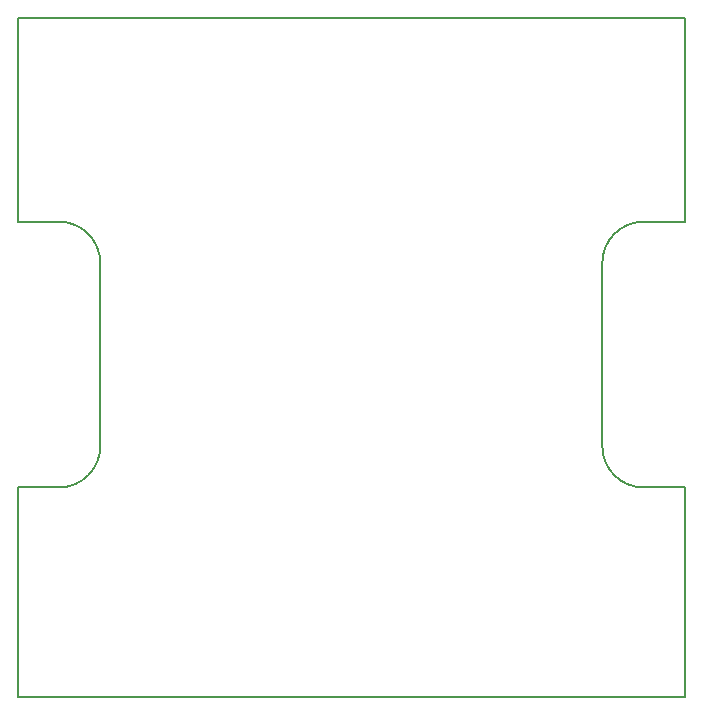
<source format=gm1>
G04 #@! TF.FileFunction,Profile,NP*
%FSLAX46Y46*%
G04 Gerber Fmt 4.6, Leading zero omitted, Abs format (unit mm)*
G04 Created by KiCad (PCBNEW 4.0.7) date Fri Mar 16 09:41:33 2018*
%MOMM*%
%LPD*%
G01*
G04 APERTURE LIST*
%ADD10C,0.100000*%
%ADD11C,0.150000*%
G04 APERTURE END LIST*
D10*
D11*
X7000000Y36750000D02*
G75*
G03X3500000Y40250000I-3500000J0D01*
G01*
X7000000Y21250000D02*
X7000000Y36750000D01*
X0Y17750000D02*
X3500000Y17750000D01*
X7000000Y21250000D02*
G75*
G02X3500000Y17750000I-3500000J0D01*
G01*
X49500000Y21250000D02*
X49500000Y36750000D01*
X53000000Y40250000D02*
G75*
G03X49500000Y36750000I0J-3500000D01*
G01*
X53000000Y17750000D02*
X56500000Y17750000D01*
X49500000Y21250000D02*
G75*
G03X53000000Y17750000I3500000J0D01*
G01*
X3500000Y40250000D02*
X0Y40250000D01*
X0Y40250000D02*
X0Y57500000D01*
X0Y0D02*
X0Y17750000D01*
X56500000Y0D02*
X0Y0D01*
X56500000Y17750000D02*
X56500000Y0D01*
X56500000Y40250000D02*
X53000000Y40250000D01*
X56500000Y57500000D02*
X56500000Y40250000D01*
X0Y57500000D02*
X56500000Y57500000D01*
M02*

</source>
